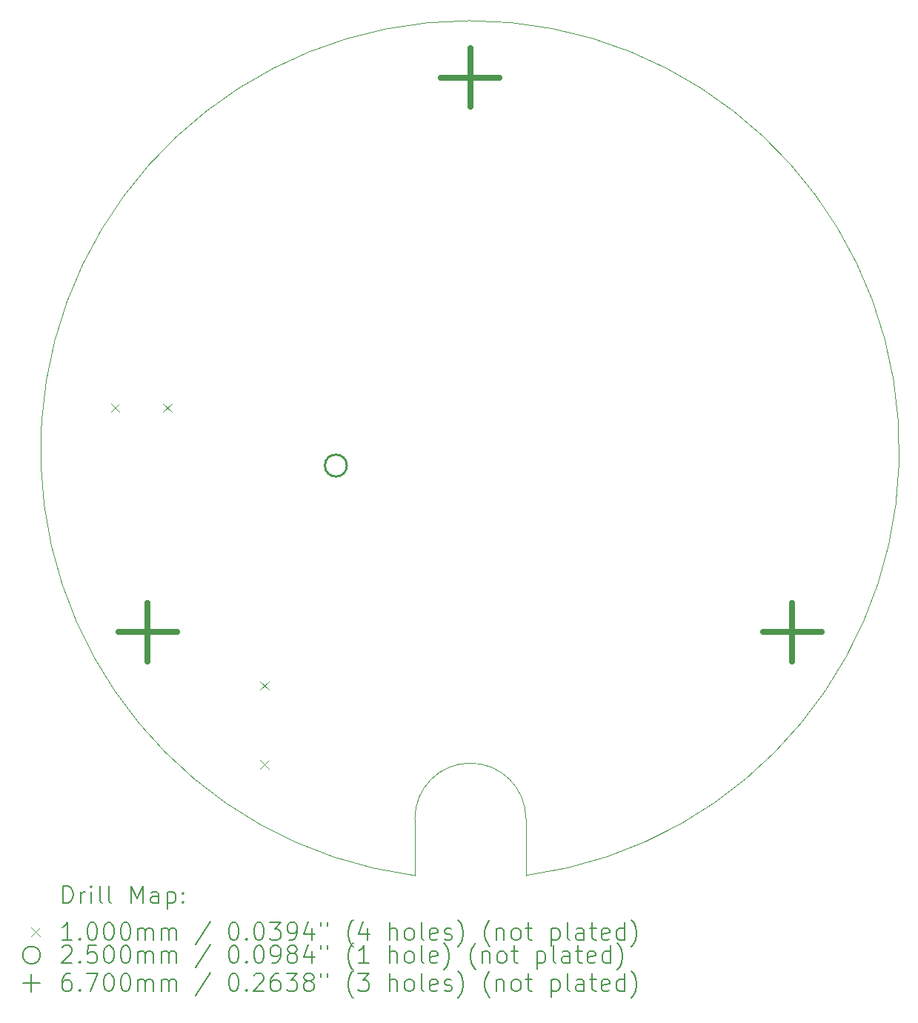
<source format=gbr>
%TF.GenerationSoftware,KiCad,Pcbnew,7.0.6*%
%TF.CreationDate,2024-04-16T16:57:38+10:00*%
%TF.ProjectId,Rocketry_Payload_Main_DDR_Spec_V2,526f636b-6574-4727-995f-5061796c6f61,rev?*%
%TF.SameCoordinates,Original*%
%TF.FileFunction,Drillmap*%
%TF.FilePolarity,Positive*%
%FSLAX45Y45*%
G04 Gerber Fmt 4.5, Leading zero omitted, Abs format (unit mm)*
G04 Created by KiCad (PCBNEW 7.0.6) date 2024-04-16 16:57:38*
%MOMM*%
%LPD*%
G01*
G04 APERTURE LIST*
%ADD10C,0.100000*%
%ADD11C,0.200000*%
%ADD12C,0.250000*%
%ADD13C,0.670000*%
G04 APERTURE END LIST*
D10*
X15468447Y-14172035D02*
X15468423Y-13522017D01*
X14198600Y-14173200D02*
X14198600Y-13523200D01*
X15468424Y-13522017D02*
G75*
G03*
X14198600Y-13523200I-634912J-592D01*
G01*
X15468447Y-14172035D02*
G75*
G03*
X14198600Y-14173200I-639386J4863885D01*
G01*
D11*
D10*
X10724400Y-8776800D02*
X10824400Y-8876800D01*
X10824400Y-8776800D02*
X10724400Y-8876800D01*
X11324400Y-8776800D02*
X11424400Y-8876800D01*
X11424400Y-8776800D02*
X11324400Y-8876800D01*
X12433800Y-11951500D02*
X12533800Y-12051500D01*
X12533800Y-11951500D02*
X12433800Y-12051500D01*
X12433800Y-12851500D02*
X12533800Y-12951500D01*
X12533800Y-12851500D02*
X12433800Y-12951500D01*
D12*
X13421900Y-9486900D02*
G75*
G03*
X13421900Y-9486900I-125000J0D01*
G01*
D13*
X11146100Y-11056600D02*
X11146100Y-11726600D01*
X10811100Y-11391600D02*
X11481100Y-11391600D01*
X14833600Y-4718650D02*
X14833600Y-5388650D01*
X14498600Y-5053650D02*
X15168600Y-5053650D01*
X18512100Y-11056600D02*
X18512100Y-11726600D01*
X18177100Y-11391600D02*
X18847100Y-11391600D01*
D11*
X10179107Y-14489684D02*
X10179107Y-14289684D01*
X10179107Y-14289684D02*
X10226726Y-14289684D01*
X10226726Y-14289684D02*
X10255298Y-14299207D01*
X10255298Y-14299207D02*
X10274345Y-14318255D01*
X10274345Y-14318255D02*
X10283869Y-14337303D01*
X10283869Y-14337303D02*
X10293393Y-14375398D01*
X10293393Y-14375398D02*
X10293393Y-14403969D01*
X10293393Y-14403969D02*
X10283869Y-14442065D01*
X10283869Y-14442065D02*
X10274345Y-14461112D01*
X10274345Y-14461112D02*
X10255298Y-14480160D01*
X10255298Y-14480160D02*
X10226726Y-14489684D01*
X10226726Y-14489684D02*
X10179107Y-14489684D01*
X10379107Y-14489684D02*
X10379107Y-14356350D01*
X10379107Y-14394446D02*
X10388631Y-14375398D01*
X10388631Y-14375398D02*
X10398155Y-14365874D01*
X10398155Y-14365874D02*
X10417202Y-14356350D01*
X10417202Y-14356350D02*
X10436250Y-14356350D01*
X10502917Y-14489684D02*
X10502917Y-14356350D01*
X10502917Y-14289684D02*
X10493393Y-14299207D01*
X10493393Y-14299207D02*
X10502917Y-14308731D01*
X10502917Y-14308731D02*
X10512440Y-14299207D01*
X10512440Y-14299207D02*
X10502917Y-14289684D01*
X10502917Y-14289684D02*
X10502917Y-14308731D01*
X10626726Y-14489684D02*
X10607678Y-14480160D01*
X10607678Y-14480160D02*
X10598155Y-14461112D01*
X10598155Y-14461112D02*
X10598155Y-14289684D01*
X10731488Y-14489684D02*
X10712440Y-14480160D01*
X10712440Y-14480160D02*
X10702917Y-14461112D01*
X10702917Y-14461112D02*
X10702917Y-14289684D01*
X10960059Y-14489684D02*
X10960059Y-14289684D01*
X10960059Y-14289684D02*
X11026726Y-14432541D01*
X11026726Y-14432541D02*
X11093393Y-14289684D01*
X11093393Y-14289684D02*
X11093393Y-14489684D01*
X11274345Y-14489684D02*
X11274345Y-14384922D01*
X11274345Y-14384922D02*
X11264821Y-14365874D01*
X11264821Y-14365874D02*
X11245774Y-14356350D01*
X11245774Y-14356350D02*
X11207678Y-14356350D01*
X11207678Y-14356350D02*
X11188631Y-14365874D01*
X11274345Y-14480160D02*
X11255297Y-14489684D01*
X11255297Y-14489684D02*
X11207678Y-14489684D01*
X11207678Y-14489684D02*
X11188631Y-14480160D01*
X11188631Y-14480160D02*
X11179107Y-14461112D01*
X11179107Y-14461112D02*
X11179107Y-14442065D01*
X11179107Y-14442065D02*
X11188631Y-14423017D01*
X11188631Y-14423017D02*
X11207678Y-14413493D01*
X11207678Y-14413493D02*
X11255297Y-14413493D01*
X11255297Y-14413493D02*
X11274345Y-14403969D01*
X11369583Y-14356350D02*
X11369583Y-14556350D01*
X11369583Y-14365874D02*
X11388631Y-14356350D01*
X11388631Y-14356350D02*
X11426726Y-14356350D01*
X11426726Y-14356350D02*
X11445774Y-14365874D01*
X11445774Y-14365874D02*
X11455297Y-14375398D01*
X11455297Y-14375398D02*
X11464821Y-14394446D01*
X11464821Y-14394446D02*
X11464821Y-14451588D01*
X11464821Y-14451588D02*
X11455297Y-14470636D01*
X11455297Y-14470636D02*
X11445774Y-14480160D01*
X11445774Y-14480160D02*
X11426726Y-14489684D01*
X11426726Y-14489684D02*
X11388631Y-14489684D01*
X11388631Y-14489684D02*
X11369583Y-14480160D01*
X11550536Y-14470636D02*
X11560059Y-14480160D01*
X11560059Y-14480160D02*
X11550536Y-14489684D01*
X11550536Y-14489684D02*
X11541012Y-14480160D01*
X11541012Y-14480160D02*
X11550536Y-14470636D01*
X11550536Y-14470636D02*
X11550536Y-14489684D01*
X11550536Y-14365874D02*
X11560059Y-14375398D01*
X11560059Y-14375398D02*
X11550536Y-14384922D01*
X11550536Y-14384922D02*
X11541012Y-14375398D01*
X11541012Y-14375398D02*
X11550536Y-14365874D01*
X11550536Y-14365874D02*
X11550536Y-14384922D01*
D10*
X9818330Y-14768200D02*
X9918330Y-14868200D01*
X9918330Y-14768200D02*
X9818330Y-14868200D01*
D11*
X10283869Y-14909684D02*
X10169583Y-14909684D01*
X10226726Y-14909684D02*
X10226726Y-14709684D01*
X10226726Y-14709684D02*
X10207678Y-14738255D01*
X10207678Y-14738255D02*
X10188631Y-14757303D01*
X10188631Y-14757303D02*
X10169583Y-14766826D01*
X10369583Y-14890636D02*
X10379107Y-14900160D01*
X10379107Y-14900160D02*
X10369583Y-14909684D01*
X10369583Y-14909684D02*
X10360059Y-14900160D01*
X10360059Y-14900160D02*
X10369583Y-14890636D01*
X10369583Y-14890636D02*
X10369583Y-14909684D01*
X10502917Y-14709684D02*
X10521964Y-14709684D01*
X10521964Y-14709684D02*
X10541012Y-14719207D01*
X10541012Y-14719207D02*
X10550536Y-14728731D01*
X10550536Y-14728731D02*
X10560059Y-14747779D01*
X10560059Y-14747779D02*
X10569583Y-14785874D01*
X10569583Y-14785874D02*
X10569583Y-14833493D01*
X10569583Y-14833493D02*
X10560059Y-14871588D01*
X10560059Y-14871588D02*
X10550536Y-14890636D01*
X10550536Y-14890636D02*
X10541012Y-14900160D01*
X10541012Y-14900160D02*
X10521964Y-14909684D01*
X10521964Y-14909684D02*
X10502917Y-14909684D01*
X10502917Y-14909684D02*
X10483869Y-14900160D01*
X10483869Y-14900160D02*
X10474345Y-14890636D01*
X10474345Y-14890636D02*
X10464821Y-14871588D01*
X10464821Y-14871588D02*
X10455298Y-14833493D01*
X10455298Y-14833493D02*
X10455298Y-14785874D01*
X10455298Y-14785874D02*
X10464821Y-14747779D01*
X10464821Y-14747779D02*
X10474345Y-14728731D01*
X10474345Y-14728731D02*
X10483869Y-14719207D01*
X10483869Y-14719207D02*
X10502917Y-14709684D01*
X10693393Y-14709684D02*
X10712440Y-14709684D01*
X10712440Y-14709684D02*
X10731488Y-14719207D01*
X10731488Y-14719207D02*
X10741012Y-14728731D01*
X10741012Y-14728731D02*
X10750536Y-14747779D01*
X10750536Y-14747779D02*
X10760059Y-14785874D01*
X10760059Y-14785874D02*
X10760059Y-14833493D01*
X10760059Y-14833493D02*
X10750536Y-14871588D01*
X10750536Y-14871588D02*
X10741012Y-14890636D01*
X10741012Y-14890636D02*
X10731488Y-14900160D01*
X10731488Y-14900160D02*
X10712440Y-14909684D01*
X10712440Y-14909684D02*
X10693393Y-14909684D01*
X10693393Y-14909684D02*
X10674345Y-14900160D01*
X10674345Y-14900160D02*
X10664821Y-14890636D01*
X10664821Y-14890636D02*
X10655298Y-14871588D01*
X10655298Y-14871588D02*
X10645774Y-14833493D01*
X10645774Y-14833493D02*
X10645774Y-14785874D01*
X10645774Y-14785874D02*
X10655298Y-14747779D01*
X10655298Y-14747779D02*
X10664821Y-14728731D01*
X10664821Y-14728731D02*
X10674345Y-14719207D01*
X10674345Y-14719207D02*
X10693393Y-14709684D01*
X10883869Y-14709684D02*
X10902917Y-14709684D01*
X10902917Y-14709684D02*
X10921964Y-14719207D01*
X10921964Y-14719207D02*
X10931488Y-14728731D01*
X10931488Y-14728731D02*
X10941012Y-14747779D01*
X10941012Y-14747779D02*
X10950536Y-14785874D01*
X10950536Y-14785874D02*
X10950536Y-14833493D01*
X10950536Y-14833493D02*
X10941012Y-14871588D01*
X10941012Y-14871588D02*
X10931488Y-14890636D01*
X10931488Y-14890636D02*
X10921964Y-14900160D01*
X10921964Y-14900160D02*
X10902917Y-14909684D01*
X10902917Y-14909684D02*
X10883869Y-14909684D01*
X10883869Y-14909684D02*
X10864821Y-14900160D01*
X10864821Y-14900160D02*
X10855298Y-14890636D01*
X10855298Y-14890636D02*
X10845774Y-14871588D01*
X10845774Y-14871588D02*
X10836250Y-14833493D01*
X10836250Y-14833493D02*
X10836250Y-14785874D01*
X10836250Y-14785874D02*
X10845774Y-14747779D01*
X10845774Y-14747779D02*
X10855298Y-14728731D01*
X10855298Y-14728731D02*
X10864821Y-14719207D01*
X10864821Y-14719207D02*
X10883869Y-14709684D01*
X11036250Y-14909684D02*
X11036250Y-14776350D01*
X11036250Y-14795398D02*
X11045774Y-14785874D01*
X11045774Y-14785874D02*
X11064821Y-14776350D01*
X11064821Y-14776350D02*
X11093393Y-14776350D01*
X11093393Y-14776350D02*
X11112440Y-14785874D01*
X11112440Y-14785874D02*
X11121964Y-14804922D01*
X11121964Y-14804922D02*
X11121964Y-14909684D01*
X11121964Y-14804922D02*
X11131488Y-14785874D01*
X11131488Y-14785874D02*
X11150536Y-14776350D01*
X11150536Y-14776350D02*
X11179107Y-14776350D01*
X11179107Y-14776350D02*
X11198155Y-14785874D01*
X11198155Y-14785874D02*
X11207678Y-14804922D01*
X11207678Y-14804922D02*
X11207678Y-14909684D01*
X11302917Y-14909684D02*
X11302917Y-14776350D01*
X11302917Y-14795398D02*
X11312440Y-14785874D01*
X11312440Y-14785874D02*
X11331488Y-14776350D01*
X11331488Y-14776350D02*
X11360059Y-14776350D01*
X11360059Y-14776350D02*
X11379107Y-14785874D01*
X11379107Y-14785874D02*
X11388631Y-14804922D01*
X11388631Y-14804922D02*
X11388631Y-14909684D01*
X11388631Y-14804922D02*
X11398155Y-14785874D01*
X11398155Y-14785874D02*
X11417202Y-14776350D01*
X11417202Y-14776350D02*
X11445774Y-14776350D01*
X11445774Y-14776350D02*
X11464821Y-14785874D01*
X11464821Y-14785874D02*
X11474345Y-14804922D01*
X11474345Y-14804922D02*
X11474345Y-14909684D01*
X11864821Y-14700160D02*
X11693393Y-14957303D01*
X12121964Y-14709684D02*
X12141012Y-14709684D01*
X12141012Y-14709684D02*
X12160060Y-14719207D01*
X12160060Y-14719207D02*
X12169583Y-14728731D01*
X12169583Y-14728731D02*
X12179107Y-14747779D01*
X12179107Y-14747779D02*
X12188631Y-14785874D01*
X12188631Y-14785874D02*
X12188631Y-14833493D01*
X12188631Y-14833493D02*
X12179107Y-14871588D01*
X12179107Y-14871588D02*
X12169583Y-14890636D01*
X12169583Y-14890636D02*
X12160060Y-14900160D01*
X12160060Y-14900160D02*
X12141012Y-14909684D01*
X12141012Y-14909684D02*
X12121964Y-14909684D01*
X12121964Y-14909684D02*
X12102917Y-14900160D01*
X12102917Y-14900160D02*
X12093393Y-14890636D01*
X12093393Y-14890636D02*
X12083869Y-14871588D01*
X12083869Y-14871588D02*
X12074345Y-14833493D01*
X12074345Y-14833493D02*
X12074345Y-14785874D01*
X12074345Y-14785874D02*
X12083869Y-14747779D01*
X12083869Y-14747779D02*
X12093393Y-14728731D01*
X12093393Y-14728731D02*
X12102917Y-14719207D01*
X12102917Y-14719207D02*
X12121964Y-14709684D01*
X12274345Y-14890636D02*
X12283869Y-14900160D01*
X12283869Y-14900160D02*
X12274345Y-14909684D01*
X12274345Y-14909684D02*
X12264821Y-14900160D01*
X12264821Y-14900160D02*
X12274345Y-14890636D01*
X12274345Y-14890636D02*
X12274345Y-14909684D01*
X12407679Y-14709684D02*
X12426726Y-14709684D01*
X12426726Y-14709684D02*
X12445774Y-14719207D01*
X12445774Y-14719207D02*
X12455298Y-14728731D01*
X12455298Y-14728731D02*
X12464821Y-14747779D01*
X12464821Y-14747779D02*
X12474345Y-14785874D01*
X12474345Y-14785874D02*
X12474345Y-14833493D01*
X12474345Y-14833493D02*
X12464821Y-14871588D01*
X12464821Y-14871588D02*
X12455298Y-14890636D01*
X12455298Y-14890636D02*
X12445774Y-14900160D01*
X12445774Y-14900160D02*
X12426726Y-14909684D01*
X12426726Y-14909684D02*
X12407679Y-14909684D01*
X12407679Y-14909684D02*
X12388631Y-14900160D01*
X12388631Y-14900160D02*
X12379107Y-14890636D01*
X12379107Y-14890636D02*
X12369583Y-14871588D01*
X12369583Y-14871588D02*
X12360060Y-14833493D01*
X12360060Y-14833493D02*
X12360060Y-14785874D01*
X12360060Y-14785874D02*
X12369583Y-14747779D01*
X12369583Y-14747779D02*
X12379107Y-14728731D01*
X12379107Y-14728731D02*
X12388631Y-14719207D01*
X12388631Y-14719207D02*
X12407679Y-14709684D01*
X12541012Y-14709684D02*
X12664821Y-14709684D01*
X12664821Y-14709684D02*
X12598155Y-14785874D01*
X12598155Y-14785874D02*
X12626726Y-14785874D01*
X12626726Y-14785874D02*
X12645774Y-14795398D01*
X12645774Y-14795398D02*
X12655298Y-14804922D01*
X12655298Y-14804922D02*
X12664821Y-14823969D01*
X12664821Y-14823969D02*
X12664821Y-14871588D01*
X12664821Y-14871588D02*
X12655298Y-14890636D01*
X12655298Y-14890636D02*
X12645774Y-14900160D01*
X12645774Y-14900160D02*
X12626726Y-14909684D01*
X12626726Y-14909684D02*
X12569583Y-14909684D01*
X12569583Y-14909684D02*
X12550536Y-14900160D01*
X12550536Y-14900160D02*
X12541012Y-14890636D01*
X12760060Y-14909684D02*
X12798155Y-14909684D01*
X12798155Y-14909684D02*
X12817202Y-14900160D01*
X12817202Y-14900160D02*
X12826726Y-14890636D01*
X12826726Y-14890636D02*
X12845774Y-14862065D01*
X12845774Y-14862065D02*
X12855298Y-14823969D01*
X12855298Y-14823969D02*
X12855298Y-14747779D01*
X12855298Y-14747779D02*
X12845774Y-14728731D01*
X12845774Y-14728731D02*
X12836250Y-14719207D01*
X12836250Y-14719207D02*
X12817202Y-14709684D01*
X12817202Y-14709684D02*
X12779107Y-14709684D01*
X12779107Y-14709684D02*
X12760060Y-14719207D01*
X12760060Y-14719207D02*
X12750536Y-14728731D01*
X12750536Y-14728731D02*
X12741012Y-14747779D01*
X12741012Y-14747779D02*
X12741012Y-14795398D01*
X12741012Y-14795398D02*
X12750536Y-14814446D01*
X12750536Y-14814446D02*
X12760060Y-14823969D01*
X12760060Y-14823969D02*
X12779107Y-14833493D01*
X12779107Y-14833493D02*
X12817202Y-14833493D01*
X12817202Y-14833493D02*
X12836250Y-14823969D01*
X12836250Y-14823969D02*
X12845774Y-14814446D01*
X12845774Y-14814446D02*
X12855298Y-14795398D01*
X13026726Y-14776350D02*
X13026726Y-14909684D01*
X12979107Y-14700160D02*
X12931488Y-14843017D01*
X12931488Y-14843017D02*
X13055298Y-14843017D01*
X13121964Y-14709684D02*
X13121964Y-14747779D01*
X13198155Y-14709684D02*
X13198155Y-14747779D01*
X13493393Y-14985874D02*
X13483869Y-14976350D01*
X13483869Y-14976350D02*
X13464822Y-14947779D01*
X13464822Y-14947779D02*
X13455298Y-14928731D01*
X13455298Y-14928731D02*
X13445774Y-14900160D01*
X13445774Y-14900160D02*
X13436250Y-14852541D01*
X13436250Y-14852541D02*
X13436250Y-14814446D01*
X13436250Y-14814446D02*
X13445774Y-14766826D01*
X13445774Y-14766826D02*
X13455298Y-14738255D01*
X13455298Y-14738255D02*
X13464822Y-14719207D01*
X13464822Y-14719207D02*
X13483869Y-14690636D01*
X13483869Y-14690636D02*
X13493393Y-14681112D01*
X13655298Y-14776350D02*
X13655298Y-14909684D01*
X13607679Y-14700160D02*
X13560060Y-14843017D01*
X13560060Y-14843017D02*
X13683869Y-14843017D01*
X13912441Y-14909684D02*
X13912441Y-14709684D01*
X13998155Y-14909684D02*
X13998155Y-14804922D01*
X13998155Y-14804922D02*
X13988631Y-14785874D01*
X13988631Y-14785874D02*
X13969584Y-14776350D01*
X13969584Y-14776350D02*
X13941012Y-14776350D01*
X13941012Y-14776350D02*
X13921964Y-14785874D01*
X13921964Y-14785874D02*
X13912441Y-14795398D01*
X14121964Y-14909684D02*
X14102917Y-14900160D01*
X14102917Y-14900160D02*
X14093393Y-14890636D01*
X14093393Y-14890636D02*
X14083869Y-14871588D01*
X14083869Y-14871588D02*
X14083869Y-14814446D01*
X14083869Y-14814446D02*
X14093393Y-14795398D01*
X14093393Y-14795398D02*
X14102917Y-14785874D01*
X14102917Y-14785874D02*
X14121964Y-14776350D01*
X14121964Y-14776350D02*
X14150536Y-14776350D01*
X14150536Y-14776350D02*
X14169584Y-14785874D01*
X14169584Y-14785874D02*
X14179107Y-14795398D01*
X14179107Y-14795398D02*
X14188631Y-14814446D01*
X14188631Y-14814446D02*
X14188631Y-14871588D01*
X14188631Y-14871588D02*
X14179107Y-14890636D01*
X14179107Y-14890636D02*
X14169584Y-14900160D01*
X14169584Y-14900160D02*
X14150536Y-14909684D01*
X14150536Y-14909684D02*
X14121964Y-14909684D01*
X14302917Y-14909684D02*
X14283869Y-14900160D01*
X14283869Y-14900160D02*
X14274345Y-14881112D01*
X14274345Y-14881112D02*
X14274345Y-14709684D01*
X14455298Y-14900160D02*
X14436250Y-14909684D01*
X14436250Y-14909684D02*
X14398155Y-14909684D01*
X14398155Y-14909684D02*
X14379107Y-14900160D01*
X14379107Y-14900160D02*
X14369584Y-14881112D01*
X14369584Y-14881112D02*
X14369584Y-14804922D01*
X14369584Y-14804922D02*
X14379107Y-14785874D01*
X14379107Y-14785874D02*
X14398155Y-14776350D01*
X14398155Y-14776350D02*
X14436250Y-14776350D01*
X14436250Y-14776350D02*
X14455298Y-14785874D01*
X14455298Y-14785874D02*
X14464822Y-14804922D01*
X14464822Y-14804922D02*
X14464822Y-14823969D01*
X14464822Y-14823969D02*
X14369584Y-14843017D01*
X14541012Y-14900160D02*
X14560060Y-14909684D01*
X14560060Y-14909684D02*
X14598155Y-14909684D01*
X14598155Y-14909684D02*
X14617203Y-14900160D01*
X14617203Y-14900160D02*
X14626726Y-14881112D01*
X14626726Y-14881112D02*
X14626726Y-14871588D01*
X14626726Y-14871588D02*
X14617203Y-14852541D01*
X14617203Y-14852541D02*
X14598155Y-14843017D01*
X14598155Y-14843017D02*
X14569584Y-14843017D01*
X14569584Y-14843017D02*
X14550536Y-14833493D01*
X14550536Y-14833493D02*
X14541012Y-14814446D01*
X14541012Y-14814446D02*
X14541012Y-14804922D01*
X14541012Y-14804922D02*
X14550536Y-14785874D01*
X14550536Y-14785874D02*
X14569584Y-14776350D01*
X14569584Y-14776350D02*
X14598155Y-14776350D01*
X14598155Y-14776350D02*
X14617203Y-14785874D01*
X14693393Y-14985874D02*
X14702917Y-14976350D01*
X14702917Y-14976350D02*
X14721965Y-14947779D01*
X14721965Y-14947779D02*
X14731488Y-14928731D01*
X14731488Y-14928731D02*
X14741012Y-14900160D01*
X14741012Y-14900160D02*
X14750536Y-14852541D01*
X14750536Y-14852541D02*
X14750536Y-14814446D01*
X14750536Y-14814446D02*
X14741012Y-14766826D01*
X14741012Y-14766826D02*
X14731488Y-14738255D01*
X14731488Y-14738255D02*
X14721965Y-14719207D01*
X14721965Y-14719207D02*
X14702917Y-14690636D01*
X14702917Y-14690636D02*
X14693393Y-14681112D01*
X15055298Y-14985874D02*
X15045774Y-14976350D01*
X15045774Y-14976350D02*
X15026726Y-14947779D01*
X15026726Y-14947779D02*
X15017203Y-14928731D01*
X15017203Y-14928731D02*
X15007679Y-14900160D01*
X15007679Y-14900160D02*
X14998155Y-14852541D01*
X14998155Y-14852541D02*
X14998155Y-14814446D01*
X14998155Y-14814446D02*
X15007679Y-14766826D01*
X15007679Y-14766826D02*
X15017203Y-14738255D01*
X15017203Y-14738255D02*
X15026726Y-14719207D01*
X15026726Y-14719207D02*
X15045774Y-14690636D01*
X15045774Y-14690636D02*
X15055298Y-14681112D01*
X15131488Y-14776350D02*
X15131488Y-14909684D01*
X15131488Y-14795398D02*
X15141012Y-14785874D01*
X15141012Y-14785874D02*
X15160060Y-14776350D01*
X15160060Y-14776350D02*
X15188631Y-14776350D01*
X15188631Y-14776350D02*
X15207679Y-14785874D01*
X15207679Y-14785874D02*
X15217203Y-14804922D01*
X15217203Y-14804922D02*
X15217203Y-14909684D01*
X15341012Y-14909684D02*
X15321965Y-14900160D01*
X15321965Y-14900160D02*
X15312441Y-14890636D01*
X15312441Y-14890636D02*
X15302917Y-14871588D01*
X15302917Y-14871588D02*
X15302917Y-14814446D01*
X15302917Y-14814446D02*
X15312441Y-14795398D01*
X15312441Y-14795398D02*
X15321965Y-14785874D01*
X15321965Y-14785874D02*
X15341012Y-14776350D01*
X15341012Y-14776350D02*
X15369584Y-14776350D01*
X15369584Y-14776350D02*
X15388631Y-14785874D01*
X15388631Y-14785874D02*
X15398155Y-14795398D01*
X15398155Y-14795398D02*
X15407679Y-14814446D01*
X15407679Y-14814446D02*
X15407679Y-14871588D01*
X15407679Y-14871588D02*
X15398155Y-14890636D01*
X15398155Y-14890636D02*
X15388631Y-14900160D01*
X15388631Y-14900160D02*
X15369584Y-14909684D01*
X15369584Y-14909684D02*
X15341012Y-14909684D01*
X15464822Y-14776350D02*
X15541012Y-14776350D01*
X15493393Y-14709684D02*
X15493393Y-14881112D01*
X15493393Y-14881112D02*
X15502917Y-14900160D01*
X15502917Y-14900160D02*
X15521965Y-14909684D01*
X15521965Y-14909684D02*
X15541012Y-14909684D01*
X15760060Y-14776350D02*
X15760060Y-14976350D01*
X15760060Y-14785874D02*
X15779107Y-14776350D01*
X15779107Y-14776350D02*
X15817203Y-14776350D01*
X15817203Y-14776350D02*
X15836250Y-14785874D01*
X15836250Y-14785874D02*
X15845774Y-14795398D01*
X15845774Y-14795398D02*
X15855298Y-14814446D01*
X15855298Y-14814446D02*
X15855298Y-14871588D01*
X15855298Y-14871588D02*
X15845774Y-14890636D01*
X15845774Y-14890636D02*
X15836250Y-14900160D01*
X15836250Y-14900160D02*
X15817203Y-14909684D01*
X15817203Y-14909684D02*
X15779107Y-14909684D01*
X15779107Y-14909684D02*
X15760060Y-14900160D01*
X15969584Y-14909684D02*
X15950536Y-14900160D01*
X15950536Y-14900160D02*
X15941012Y-14881112D01*
X15941012Y-14881112D02*
X15941012Y-14709684D01*
X16131488Y-14909684D02*
X16131488Y-14804922D01*
X16131488Y-14804922D02*
X16121965Y-14785874D01*
X16121965Y-14785874D02*
X16102917Y-14776350D01*
X16102917Y-14776350D02*
X16064822Y-14776350D01*
X16064822Y-14776350D02*
X16045774Y-14785874D01*
X16131488Y-14900160D02*
X16112441Y-14909684D01*
X16112441Y-14909684D02*
X16064822Y-14909684D01*
X16064822Y-14909684D02*
X16045774Y-14900160D01*
X16045774Y-14900160D02*
X16036250Y-14881112D01*
X16036250Y-14881112D02*
X16036250Y-14862065D01*
X16036250Y-14862065D02*
X16045774Y-14843017D01*
X16045774Y-14843017D02*
X16064822Y-14833493D01*
X16064822Y-14833493D02*
X16112441Y-14833493D01*
X16112441Y-14833493D02*
X16131488Y-14823969D01*
X16198155Y-14776350D02*
X16274346Y-14776350D01*
X16226727Y-14709684D02*
X16226727Y-14881112D01*
X16226727Y-14881112D02*
X16236250Y-14900160D01*
X16236250Y-14900160D02*
X16255298Y-14909684D01*
X16255298Y-14909684D02*
X16274346Y-14909684D01*
X16417203Y-14900160D02*
X16398155Y-14909684D01*
X16398155Y-14909684D02*
X16360060Y-14909684D01*
X16360060Y-14909684D02*
X16341012Y-14900160D01*
X16341012Y-14900160D02*
X16331488Y-14881112D01*
X16331488Y-14881112D02*
X16331488Y-14804922D01*
X16331488Y-14804922D02*
X16341012Y-14785874D01*
X16341012Y-14785874D02*
X16360060Y-14776350D01*
X16360060Y-14776350D02*
X16398155Y-14776350D01*
X16398155Y-14776350D02*
X16417203Y-14785874D01*
X16417203Y-14785874D02*
X16426727Y-14804922D01*
X16426727Y-14804922D02*
X16426727Y-14823969D01*
X16426727Y-14823969D02*
X16331488Y-14843017D01*
X16598155Y-14909684D02*
X16598155Y-14709684D01*
X16598155Y-14900160D02*
X16579108Y-14909684D01*
X16579108Y-14909684D02*
X16541012Y-14909684D01*
X16541012Y-14909684D02*
X16521965Y-14900160D01*
X16521965Y-14900160D02*
X16512441Y-14890636D01*
X16512441Y-14890636D02*
X16502917Y-14871588D01*
X16502917Y-14871588D02*
X16502917Y-14814446D01*
X16502917Y-14814446D02*
X16512441Y-14795398D01*
X16512441Y-14795398D02*
X16521965Y-14785874D01*
X16521965Y-14785874D02*
X16541012Y-14776350D01*
X16541012Y-14776350D02*
X16579108Y-14776350D01*
X16579108Y-14776350D02*
X16598155Y-14785874D01*
X16674346Y-14985874D02*
X16683869Y-14976350D01*
X16683869Y-14976350D02*
X16702917Y-14947779D01*
X16702917Y-14947779D02*
X16712441Y-14928731D01*
X16712441Y-14928731D02*
X16721965Y-14900160D01*
X16721965Y-14900160D02*
X16731488Y-14852541D01*
X16731488Y-14852541D02*
X16731488Y-14814446D01*
X16731488Y-14814446D02*
X16721965Y-14766826D01*
X16721965Y-14766826D02*
X16712441Y-14738255D01*
X16712441Y-14738255D02*
X16702917Y-14719207D01*
X16702917Y-14719207D02*
X16683869Y-14690636D01*
X16683869Y-14690636D02*
X16674346Y-14681112D01*
X9918330Y-15082200D02*
G75*
G03*
X9918330Y-15082200I-100000J0D01*
G01*
X10169583Y-14992731D02*
X10179107Y-14983207D01*
X10179107Y-14983207D02*
X10198155Y-14973684D01*
X10198155Y-14973684D02*
X10245774Y-14973684D01*
X10245774Y-14973684D02*
X10264821Y-14983207D01*
X10264821Y-14983207D02*
X10274345Y-14992731D01*
X10274345Y-14992731D02*
X10283869Y-15011779D01*
X10283869Y-15011779D02*
X10283869Y-15030826D01*
X10283869Y-15030826D02*
X10274345Y-15059398D01*
X10274345Y-15059398D02*
X10160059Y-15173684D01*
X10160059Y-15173684D02*
X10283869Y-15173684D01*
X10369583Y-15154636D02*
X10379107Y-15164160D01*
X10379107Y-15164160D02*
X10369583Y-15173684D01*
X10369583Y-15173684D02*
X10360059Y-15164160D01*
X10360059Y-15164160D02*
X10369583Y-15154636D01*
X10369583Y-15154636D02*
X10369583Y-15173684D01*
X10560059Y-14973684D02*
X10464821Y-14973684D01*
X10464821Y-14973684D02*
X10455298Y-15068922D01*
X10455298Y-15068922D02*
X10464821Y-15059398D01*
X10464821Y-15059398D02*
X10483869Y-15049874D01*
X10483869Y-15049874D02*
X10531488Y-15049874D01*
X10531488Y-15049874D02*
X10550536Y-15059398D01*
X10550536Y-15059398D02*
X10560059Y-15068922D01*
X10560059Y-15068922D02*
X10569583Y-15087969D01*
X10569583Y-15087969D02*
X10569583Y-15135588D01*
X10569583Y-15135588D02*
X10560059Y-15154636D01*
X10560059Y-15154636D02*
X10550536Y-15164160D01*
X10550536Y-15164160D02*
X10531488Y-15173684D01*
X10531488Y-15173684D02*
X10483869Y-15173684D01*
X10483869Y-15173684D02*
X10464821Y-15164160D01*
X10464821Y-15164160D02*
X10455298Y-15154636D01*
X10693393Y-14973684D02*
X10712440Y-14973684D01*
X10712440Y-14973684D02*
X10731488Y-14983207D01*
X10731488Y-14983207D02*
X10741012Y-14992731D01*
X10741012Y-14992731D02*
X10750536Y-15011779D01*
X10750536Y-15011779D02*
X10760059Y-15049874D01*
X10760059Y-15049874D02*
X10760059Y-15097493D01*
X10760059Y-15097493D02*
X10750536Y-15135588D01*
X10750536Y-15135588D02*
X10741012Y-15154636D01*
X10741012Y-15154636D02*
X10731488Y-15164160D01*
X10731488Y-15164160D02*
X10712440Y-15173684D01*
X10712440Y-15173684D02*
X10693393Y-15173684D01*
X10693393Y-15173684D02*
X10674345Y-15164160D01*
X10674345Y-15164160D02*
X10664821Y-15154636D01*
X10664821Y-15154636D02*
X10655298Y-15135588D01*
X10655298Y-15135588D02*
X10645774Y-15097493D01*
X10645774Y-15097493D02*
X10645774Y-15049874D01*
X10645774Y-15049874D02*
X10655298Y-15011779D01*
X10655298Y-15011779D02*
X10664821Y-14992731D01*
X10664821Y-14992731D02*
X10674345Y-14983207D01*
X10674345Y-14983207D02*
X10693393Y-14973684D01*
X10883869Y-14973684D02*
X10902917Y-14973684D01*
X10902917Y-14973684D02*
X10921964Y-14983207D01*
X10921964Y-14983207D02*
X10931488Y-14992731D01*
X10931488Y-14992731D02*
X10941012Y-15011779D01*
X10941012Y-15011779D02*
X10950536Y-15049874D01*
X10950536Y-15049874D02*
X10950536Y-15097493D01*
X10950536Y-15097493D02*
X10941012Y-15135588D01*
X10941012Y-15135588D02*
X10931488Y-15154636D01*
X10931488Y-15154636D02*
X10921964Y-15164160D01*
X10921964Y-15164160D02*
X10902917Y-15173684D01*
X10902917Y-15173684D02*
X10883869Y-15173684D01*
X10883869Y-15173684D02*
X10864821Y-15164160D01*
X10864821Y-15164160D02*
X10855298Y-15154636D01*
X10855298Y-15154636D02*
X10845774Y-15135588D01*
X10845774Y-15135588D02*
X10836250Y-15097493D01*
X10836250Y-15097493D02*
X10836250Y-15049874D01*
X10836250Y-15049874D02*
X10845774Y-15011779D01*
X10845774Y-15011779D02*
X10855298Y-14992731D01*
X10855298Y-14992731D02*
X10864821Y-14983207D01*
X10864821Y-14983207D02*
X10883869Y-14973684D01*
X11036250Y-15173684D02*
X11036250Y-15040350D01*
X11036250Y-15059398D02*
X11045774Y-15049874D01*
X11045774Y-15049874D02*
X11064821Y-15040350D01*
X11064821Y-15040350D02*
X11093393Y-15040350D01*
X11093393Y-15040350D02*
X11112440Y-15049874D01*
X11112440Y-15049874D02*
X11121964Y-15068922D01*
X11121964Y-15068922D02*
X11121964Y-15173684D01*
X11121964Y-15068922D02*
X11131488Y-15049874D01*
X11131488Y-15049874D02*
X11150536Y-15040350D01*
X11150536Y-15040350D02*
X11179107Y-15040350D01*
X11179107Y-15040350D02*
X11198155Y-15049874D01*
X11198155Y-15049874D02*
X11207678Y-15068922D01*
X11207678Y-15068922D02*
X11207678Y-15173684D01*
X11302917Y-15173684D02*
X11302917Y-15040350D01*
X11302917Y-15059398D02*
X11312440Y-15049874D01*
X11312440Y-15049874D02*
X11331488Y-15040350D01*
X11331488Y-15040350D02*
X11360059Y-15040350D01*
X11360059Y-15040350D02*
X11379107Y-15049874D01*
X11379107Y-15049874D02*
X11388631Y-15068922D01*
X11388631Y-15068922D02*
X11388631Y-15173684D01*
X11388631Y-15068922D02*
X11398155Y-15049874D01*
X11398155Y-15049874D02*
X11417202Y-15040350D01*
X11417202Y-15040350D02*
X11445774Y-15040350D01*
X11445774Y-15040350D02*
X11464821Y-15049874D01*
X11464821Y-15049874D02*
X11474345Y-15068922D01*
X11474345Y-15068922D02*
X11474345Y-15173684D01*
X11864821Y-14964160D02*
X11693393Y-15221303D01*
X12121964Y-14973684D02*
X12141012Y-14973684D01*
X12141012Y-14973684D02*
X12160060Y-14983207D01*
X12160060Y-14983207D02*
X12169583Y-14992731D01*
X12169583Y-14992731D02*
X12179107Y-15011779D01*
X12179107Y-15011779D02*
X12188631Y-15049874D01*
X12188631Y-15049874D02*
X12188631Y-15097493D01*
X12188631Y-15097493D02*
X12179107Y-15135588D01*
X12179107Y-15135588D02*
X12169583Y-15154636D01*
X12169583Y-15154636D02*
X12160060Y-15164160D01*
X12160060Y-15164160D02*
X12141012Y-15173684D01*
X12141012Y-15173684D02*
X12121964Y-15173684D01*
X12121964Y-15173684D02*
X12102917Y-15164160D01*
X12102917Y-15164160D02*
X12093393Y-15154636D01*
X12093393Y-15154636D02*
X12083869Y-15135588D01*
X12083869Y-15135588D02*
X12074345Y-15097493D01*
X12074345Y-15097493D02*
X12074345Y-15049874D01*
X12074345Y-15049874D02*
X12083869Y-15011779D01*
X12083869Y-15011779D02*
X12093393Y-14992731D01*
X12093393Y-14992731D02*
X12102917Y-14983207D01*
X12102917Y-14983207D02*
X12121964Y-14973684D01*
X12274345Y-15154636D02*
X12283869Y-15164160D01*
X12283869Y-15164160D02*
X12274345Y-15173684D01*
X12274345Y-15173684D02*
X12264821Y-15164160D01*
X12264821Y-15164160D02*
X12274345Y-15154636D01*
X12274345Y-15154636D02*
X12274345Y-15173684D01*
X12407679Y-14973684D02*
X12426726Y-14973684D01*
X12426726Y-14973684D02*
X12445774Y-14983207D01*
X12445774Y-14983207D02*
X12455298Y-14992731D01*
X12455298Y-14992731D02*
X12464821Y-15011779D01*
X12464821Y-15011779D02*
X12474345Y-15049874D01*
X12474345Y-15049874D02*
X12474345Y-15097493D01*
X12474345Y-15097493D02*
X12464821Y-15135588D01*
X12464821Y-15135588D02*
X12455298Y-15154636D01*
X12455298Y-15154636D02*
X12445774Y-15164160D01*
X12445774Y-15164160D02*
X12426726Y-15173684D01*
X12426726Y-15173684D02*
X12407679Y-15173684D01*
X12407679Y-15173684D02*
X12388631Y-15164160D01*
X12388631Y-15164160D02*
X12379107Y-15154636D01*
X12379107Y-15154636D02*
X12369583Y-15135588D01*
X12369583Y-15135588D02*
X12360060Y-15097493D01*
X12360060Y-15097493D02*
X12360060Y-15049874D01*
X12360060Y-15049874D02*
X12369583Y-15011779D01*
X12369583Y-15011779D02*
X12379107Y-14992731D01*
X12379107Y-14992731D02*
X12388631Y-14983207D01*
X12388631Y-14983207D02*
X12407679Y-14973684D01*
X12569583Y-15173684D02*
X12607679Y-15173684D01*
X12607679Y-15173684D02*
X12626726Y-15164160D01*
X12626726Y-15164160D02*
X12636250Y-15154636D01*
X12636250Y-15154636D02*
X12655298Y-15126065D01*
X12655298Y-15126065D02*
X12664821Y-15087969D01*
X12664821Y-15087969D02*
X12664821Y-15011779D01*
X12664821Y-15011779D02*
X12655298Y-14992731D01*
X12655298Y-14992731D02*
X12645774Y-14983207D01*
X12645774Y-14983207D02*
X12626726Y-14973684D01*
X12626726Y-14973684D02*
X12588631Y-14973684D01*
X12588631Y-14973684D02*
X12569583Y-14983207D01*
X12569583Y-14983207D02*
X12560060Y-14992731D01*
X12560060Y-14992731D02*
X12550536Y-15011779D01*
X12550536Y-15011779D02*
X12550536Y-15059398D01*
X12550536Y-15059398D02*
X12560060Y-15078446D01*
X12560060Y-15078446D02*
X12569583Y-15087969D01*
X12569583Y-15087969D02*
X12588631Y-15097493D01*
X12588631Y-15097493D02*
X12626726Y-15097493D01*
X12626726Y-15097493D02*
X12645774Y-15087969D01*
X12645774Y-15087969D02*
X12655298Y-15078446D01*
X12655298Y-15078446D02*
X12664821Y-15059398D01*
X12779107Y-15059398D02*
X12760060Y-15049874D01*
X12760060Y-15049874D02*
X12750536Y-15040350D01*
X12750536Y-15040350D02*
X12741012Y-15021303D01*
X12741012Y-15021303D02*
X12741012Y-15011779D01*
X12741012Y-15011779D02*
X12750536Y-14992731D01*
X12750536Y-14992731D02*
X12760060Y-14983207D01*
X12760060Y-14983207D02*
X12779107Y-14973684D01*
X12779107Y-14973684D02*
X12817202Y-14973684D01*
X12817202Y-14973684D02*
X12836250Y-14983207D01*
X12836250Y-14983207D02*
X12845774Y-14992731D01*
X12845774Y-14992731D02*
X12855298Y-15011779D01*
X12855298Y-15011779D02*
X12855298Y-15021303D01*
X12855298Y-15021303D02*
X12845774Y-15040350D01*
X12845774Y-15040350D02*
X12836250Y-15049874D01*
X12836250Y-15049874D02*
X12817202Y-15059398D01*
X12817202Y-15059398D02*
X12779107Y-15059398D01*
X12779107Y-15059398D02*
X12760060Y-15068922D01*
X12760060Y-15068922D02*
X12750536Y-15078446D01*
X12750536Y-15078446D02*
X12741012Y-15097493D01*
X12741012Y-15097493D02*
X12741012Y-15135588D01*
X12741012Y-15135588D02*
X12750536Y-15154636D01*
X12750536Y-15154636D02*
X12760060Y-15164160D01*
X12760060Y-15164160D02*
X12779107Y-15173684D01*
X12779107Y-15173684D02*
X12817202Y-15173684D01*
X12817202Y-15173684D02*
X12836250Y-15164160D01*
X12836250Y-15164160D02*
X12845774Y-15154636D01*
X12845774Y-15154636D02*
X12855298Y-15135588D01*
X12855298Y-15135588D02*
X12855298Y-15097493D01*
X12855298Y-15097493D02*
X12845774Y-15078446D01*
X12845774Y-15078446D02*
X12836250Y-15068922D01*
X12836250Y-15068922D02*
X12817202Y-15059398D01*
X13026726Y-15040350D02*
X13026726Y-15173684D01*
X12979107Y-14964160D02*
X12931488Y-15107017D01*
X12931488Y-15107017D02*
X13055298Y-15107017D01*
X13121964Y-14973684D02*
X13121964Y-15011779D01*
X13198155Y-14973684D02*
X13198155Y-15011779D01*
X13493393Y-15249874D02*
X13483869Y-15240350D01*
X13483869Y-15240350D02*
X13464822Y-15211779D01*
X13464822Y-15211779D02*
X13455298Y-15192731D01*
X13455298Y-15192731D02*
X13445774Y-15164160D01*
X13445774Y-15164160D02*
X13436250Y-15116541D01*
X13436250Y-15116541D02*
X13436250Y-15078446D01*
X13436250Y-15078446D02*
X13445774Y-15030826D01*
X13445774Y-15030826D02*
X13455298Y-15002255D01*
X13455298Y-15002255D02*
X13464822Y-14983207D01*
X13464822Y-14983207D02*
X13483869Y-14954636D01*
X13483869Y-14954636D02*
X13493393Y-14945112D01*
X13674345Y-15173684D02*
X13560060Y-15173684D01*
X13617202Y-15173684D02*
X13617202Y-14973684D01*
X13617202Y-14973684D02*
X13598155Y-15002255D01*
X13598155Y-15002255D02*
X13579107Y-15021303D01*
X13579107Y-15021303D02*
X13560060Y-15030826D01*
X13912441Y-15173684D02*
X13912441Y-14973684D01*
X13998155Y-15173684D02*
X13998155Y-15068922D01*
X13998155Y-15068922D02*
X13988631Y-15049874D01*
X13988631Y-15049874D02*
X13969584Y-15040350D01*
X13969584Y-15040350D02*
X13941012Y-15040350D01*
X13941012Y-15040350D02*
X13921964Y-15049874D01*
X13921964Y-15049874D02*
X13912441Y-15059398D01*
X14121964Y-15173684D02*
X14102917Y-15164160D01*
X14102917Y-15164160D02*
X14093393Y-15154636D01*
X14093393Y-15154636D02*
X14083869Y-15135588D01*
X14083869Y-15135588D02*
X14083869Y-15078446D01*
X14083869Y-15078446D02*
X14093393Y-15059398D01*
X14093393Y-15059398D02*
X14102917Y-15049874D01*
X14102917Y-15049874D02*
X14121964Y-15040350D01*
X14121964Y-15040350D02*
X14150536Y-15040350D01*
X14150536Y-15040350D02*
X14169584Y-15049874D01*
X14169584Y-15049874D02*
X14179107Y-15059398D01*
X14179107Y-15059398D02*
X14188631Y-15078446D01*
X14188631Y-15078446D02*
X14188631Y-15135588D01*
X14188631Y-15135588D02*
X14179107Y-15154636D01*
X14179107Y-15154636D02*
X14169584Y-15164160D01*
X14169584Y-15164160D02*
X14150536Y-15173684D01*
X14150536Y-15173684D02*
X14121964Y-15173684D01*
X14302917Y-15173684D02*
X14283869Y-15164160D01*
X14283869Y-15164160D02*
X14274345Y-15145112D01*
X14274345Y-15145112D02*
X14274345Y-14973684D01*
X14455298Y-15164160D02*
X14436250Y-15173684D01*
X14436250Y-15173684D02*
X14398155Y-15173684D01*
X14398155Y-15173684D02*
X14379107Y-15164160D01*
X14379107Y-15164160D02*
X14369584Y-15145112D01*
X14369584Y-15145112D02*
X14369584Y-15068922D01*
X14369584Y-15068922D02*
X14379107Y-15049874D01*
X14379107Y-15049874D02*
X14398155Y-15040350D01*
X14398155Y-15040350D02*
X14436250Y-15040350D01*
X14436250Y-15040350D02*
X14455298Y-15049874D01*
X14455298Y-15049874D02*
X14464822Y-15068922D01*
X14464822Y-15068922D02*
X14464822Y-15087969D01*
X14464822Y-15087969D02*
X14369584Y-15107017D01*
X14531488Y-15249874D02*
X14541012Y-15240350D01*
X14541012Y-15240350D02*
X14560060Y-15211779D01*
X14560060Y-15211779D02*
X14569584Y-15192731D01*
X14569584Y-15192731D02*
X14579107Y-15164160D01*
X14579107Y-15164160D02*
X14588631Y-15116541D01*
X14588631Y-15116541D02*
X14588631Y-15078446D01*
X14588631Y-15078446D02*
X14579107Y-15030826D01*
X14579107Y-15030826D02*
X14569584Y-15002255D01*
X14569584Y-15002255D02*
X14560060Y-14983207D01*
X14560060Y-14983207D02*
X14541012Y-14954636D01*
X14541012Y-14954636D02*
X14531488Y-14945112D01*
X14893393Y-15249874D02*
X14883869Y-15240350D01*
X14883869Y-15240350D02*
X14864822Y-15211779D01*
X14864822Y-15211779D02*
X14855298Y-15192731D01*
X14855298Y-15192731D02*
X14845774Y-15164160D01*
X14845774Y-15164160D02*
X14836250Y-15116541D01*
X14836250Y-15116541D02*
X14836250Y-15078446D01*
X14836250Y-15078446D02*
X14845774Y-15030826D01*
X14845774Y-15030826D02*
X14855298Y-15002255D01*
X14855298Y-15002255D02*
X14864822Y-14983207D01*
X14864822Y-14983207D02*
X14883869Y-14954636D01*
X14883869Y-14954636D02*
X14893393Y-14945112D01*
X14969584Y-15040350D02*
X14969584Y-15173684D01*
X14969584Y-15059398D02*
X14979107Y-15049874D01*
X14979107Y-15049874D02*
X14998155Y-15040350D01*
X14998155Y-15040350D02*
X15026726Y-15040350D01*
X15026726Y-15040350D02*
X15045774Y-15049874D01*
X15045774Y-15049874D02*
X15055298Y-15068922D01*
X15055298Y-15068922D02*
X15055298Y-15173684D01*
X15179107Y-15173684D02*
X15160060Y-15164160D01*
X15160060Y-15164160D02*
X15150536Y-15154636D01*
X15150536Y-15154636D02*
X15141012Y-15135588D01*
X15141012Y-15135588D02*
X15141012Y-15078446D01*
X15141012Y-15078446D02*
X15150536Y-15059398D01*
X15150536Y-15059398D02*
X15160060Y-15049874D01*
X15160060Y-15049874D02*
X15179107Y-15040350D01*
X15179107Y-15040350D02*
X15207679Y-15040350D01*
X15207679Y-15040350D02*
X15226726Y-15049874D01*
X15226726Y-15049874D02*
X15236250Y-15059398D01*
X15236250Y-15059398D02*
X15245774Y-15078446D01*
X15245774Y-15078446D02*
X15245774Y-15135588D01*
X15245774Y-15135588D02*
X15236250Y-15154636D01*
X15236250Y-15154636D02*
X15226726Y-15164160D01*
X15226726Y-15164160D02*
X15207679Y-15173684D01*
X15207679Y-15173684D02*
X15179107Y-15173684D01*
X15302917Y-15040350D02*
X15379107Y-15040350D01*
X15331488Y-14973684D02*
X15331488Y-15145112D01*
X15331488Y-15145112D02*
X15341012Y-15164160D01*
X15341012Y-15164160D02*
X15360060Y-15173684D01*
X15360060Y-15173684D02*
X15379107Y-15173684D01*
X15598155Y-15040350D02*
X15598155Y-15240350D01*
X15598155Y-15049874D02*
X15617203Y-15040350D01*
X15617203Y-15040350D02*
X15655298Y-15040350D01*
X15655298Y-15040350D02*
X15674346Y-15049874D01*
X15674346Y-15049874D02*
X15683869Y-15059398D01*
X15683869Y-15059398D02*
X15693393Y-15078446D01*
X15693393Y-15078446D02*
X15693393Y-15135588D01*
X15693393Y-15135588D02*
X15683869Y-15154636D01*
X15683869Y-15154636D02*
X15674346Y-15164160D01*
X15674346Y-15164160D02*
X15655298Y-15173684D01*
X15655298Y-15173684D02*
X15617203Y-15173684D01*
X15617203Y-15173684D02*
X15598155Y-15164160D01*
X15807679Y-15173684D02*
X15788631Y-15164160D01*
X15788631Y-15164160D02*
X15779107Y-15145112D01*
X15779107Y-15145112D02*
X15779107Y-14973684D01*
X15969584Y-15173684D02*
X15969584Y-15068922D01*
X15969584Y-15068922D02*
X15960060Y-15049874D01*
X15960060Y-15049874D02*
X15941012Y-15040350D01*
X15941012Y-15040350D02*
X15902917Y-15040350D01*
X15902917Y-15040350D02*
X15883869Y-15049874D01*
X15969584Y-15164160D02*
X15950536Y-15173684D01*
X15950536Y-15173684D02*
X15902917Y-15173684D01*
X15902917Y-15173684D02*
X15883869Y-15164160D01*
X15883869Y-15164160D02*
X15874346Y-15145112D01*
X15874346Y-15145112D02*
X15874346Y-15126065D01*
X15874346Y-15126065D02*
X15883869Y-15107017D01*
X15883869Y-15107017D02*
X15902917Y-15097493D01*
X15902917Y-15097493D02*
X15950536Y-15097493D01*
X15950536Y-15097493D02*
X15969584Y-15087969D01*
X16036250Y-15040350D02*
X16112441Y-15040350D01*
X16064822Y-14973684D02*
X16064822Y-15145112D01*
X16064822Y-15145112D02*
X16074346Y-15164160D01*
X16074346Y-15164160D02*
X16093393Y-15173684D01*
X16093393Y-15173684D02*
X16112441Y-15173684D01*
X16255298Y-15164160D02*
X16236250Y-15173684D01*
X16236250Y-15173684D02*
X16198155Y-15173684D01*
X16198155Y-15173684D02*
X16179107Y-15164160D01*
X16179107Y-15164160D02*
X16169584Y-15145112D01*
X16169584Y-15145112D02*
X16169584Y-15068922D01*
X16169584Y-15068922D02*
X16179107Y-15049874D01*
X16179107Y-15049874D02*
X16198155Y-15040350D01*
X16198155Y-15040350D02*
X16236250Y-15040350D01*
X16236250Y-15040350D02*
X16255298Y-15049874D01*
X16255298Y-15049874D02*
X16264822Y-15068922D01*
X16264822Y-15068922D02*
X16264822Y-15087969D01*
X16264822Y-15087969D02*
X16169584Y-15107017D01*
X16436250Y-15173684D02*
X16436250Y-14973684D01*
X16436250Y-15164160D02*
X16417203Y-15173684D01*
X16417203Y-15173684D02*
X16379107Y-15173684D01*
X16379107Y-15173684D02*
X16360060Y-15164160D01*
X16360060Y-15164160D02*
X16350536Y-15154636D01*
X16350536Y-15154636D02*
X16341012Y-15135588D01*
X16341012Y-15135588D02*
X16341012Y-15078446D01*
X16341012Y-15078446D02*
X16350536Y-15059398D01*
X16350536Y-15059398D02*
X16360060Y-15049874D01*
X16360060Y-15049874D02*
X16379107Y-15040350D01*
X16379107Y-15040350D02*
X16417203Y-15040350D01*
X16417203Y-15040350D02*
X16436250Y-15049874D01*
X16512441Y-15249874D02*
X16521965Y-15240350D01*
X16521965Y-15240350D02*
X16541012Y-15211779D01*
X16541012Y-15211779D02*
X16550536Y-15192731D01*
X16550536Y-15192731D02*
X16560060Y-15164160D01*
X16560060Y-15164160D02*
X16569584Y-15116541D01*
X16569584Y-15116541D02*
X16569584Y-15078446D01*
X16569584Y-15078446D02*
X16560060Y-15030826D01*
X16560060Y-15030826D02*
X16550536Y-15002255D01*
X16550536Y-15002255D02*
X16541012Y-14983207D01*
X16541012Y-14983207D02*
X16521965Y-14954636D01*
X16521965Y-14954636D02*
X16512441Y-14945112D01*
X9818330Y-15302200D02*
X9818330Y-15502200D01*
X9718330Y-15402200D02*
X9918330Y-15402200D01*
X10264821Y-15293684D02*
X10226726Y-15293684D01*
X10226726Y-15293684D02*
X10207678Y-15303207D01*
X10207678Y-15303207D02*
X10198155Y-15312731D01*
X10198155Y-15312731D02*
X10179107Y-15341303D01*
X10179107Y-15341303D02*
X10169583Y-15379398D01*
X10169583Y-15379398D02*
X10169583Y-15455588D01*
X10169583Y-15455588D02*
X10179107Y-15474636D01*
X10179107Y-15474636D02*
X10188631Y-15484160D01*
X10188631Y-15484160D02*
X10207678Y-15493684D01*
X10207678Y-15493684D02*
X10245774Y-15493684D01*
X10245774Y-15493684D02*
X10264821Y-15484160D01*
X10264821Y-15484160D02*
X10274345Y-15474636D01*
X10274345Y-15474636D02*
X10283869Y-15455588D01*
X10283869Y-15455588D02*
X10283869Y-15407969D01*
X10283869Y-15407969D02*
X10274345Y-15388922D01*
X10274345Y-15388922D02*
X10264821Y-15379398D01*
X10264821Y-15379398D02*
X10245774Y-15369874D01*
X10245774Y-15369874D02*
X10207678Y-15369874D01*
X10207678Y-15369874D02*
X10188631Y-15379398D01*
X10188631Y-15379398D02*
X10179107Y-15388922D01*
X10179107Y-15388922D02*
X10169583Y-15407969D01*
X10369583Y-15474636D02*
X10379107Y-15484160D01*
X10379107Y-15484160D02*
X10369583Y-15493684D01*
X10369583Y-15493684D02*
X10360059Y-15484160D01*
X10360059Y-15484160D02*
X10369583Y-15474636D01*
X10369583Y-15474636D02*
X10369583Y-15493684D01*
X10445774Y-15293684D02*
X10579107Y-15293684D01*
X10579107Y-15293684D02*
X10493393Y-15493684D01*
X10693393Y-15293684D02*
X10712440Y-15293684D01*
X10712440Y-15293684D02*
X10731488Y-15303207D01*
X10731488Y-15303207D02*
X10741012Y-15312731D01*
X10741012Y-15312731D02*
X10750536Y-15331779D01*
X10750536Y-15331779D02*
X10760059Y-15369874D01*
X10760059Y-15369874D02*
X10760059Y-15417493D01*
X10760059Y-15417493D02*
X10750536Y-15455588D01*
X10750536Y-15455588D02*
X10741012Y-15474636D01*
X10741012Y-15474636D02*
X10731488Y-15484160D01*
X10731488Y-15484160D02*
X10712440Y-15493684D01*
X10712440Y-15493684D02*
X10693393Y-15493684D01*
X10693393Y-15493684D02*
X10674345Y-15484160D01*
X10674345Y-15484160D02*
X10664821Y-15474636D01*
X10664821Y-15474636D02*
X10655298Y-15455588D01*
X10655298Y-15455588D02*
X10645774Y-15417493D01*
X10645774Y-15417493D02*
X10645774Y-15369874D01*
X10645774Y-15369874D02*
X10655298Y-15331779D01*
X10655298Y-15331779D02*
X10664821Y-15312731D01*
X10664821Y-15312731D02*
X10674345Y-15303207D01*
X10674345Y-15303207D02*
X10693393Y-15293684D01*
X10883869Y-15293684D02*
X10902917Y-15293684D01*
X10902917Y-15293684D02*
X10921964Y-15303207D01*
X10921964Y-15303207D02*
X10931488Y-15312731D01*
X10931488Y-15312731D02*
X10941012Y-15331779D01*
X10941012Y-15331779D02*
X10950536Y-15369874D01*
X10950536Y-15369874D02*
X10950536Y-15417493D01*
X10950536Y-15417493D02*
X10941012Y-15455588D01*
X10941012Y-15455588D02*
X10931488Y-15474636D01*
X10931488Y-15474636D02*
X10921964Y-15484160D01*
X10921964Y-15484160D02*
X10902917Y-15493684D01*
X10902917Y-15493684D02*
X10883869Y-15493684D01*
X10883869Y-15493684D02*
X10864821Y-15484160D01*
X10864821Y-15484160D02*
X10855298Y-15474636D01*
X10855298Y-15474636D02*
X10845774Y-15455588D01*
X10845774Y-15455588D02*
X10836250Y-15417493D01*
X10836250Y-15417493D02*
X10836250Y-15369874D01*
X10836250Y-15369874D02*
X10845774Y-15331779D01*
X10845774Y-15331779D02*
X10855298Y-15312731D01*
X10855298Y-15312731D02*
X10864821Y-15303207D01*
X10864821Y-15303207D02*
X10883869Y-15293684D01*
X11036250Y-15493684D02*
X11036250Y-15360350D01*
X11036250Y-15379398D02*
X11045774Y-15369874D01*
X11045774Y-15369874D02*
X11064821Y-15360350D01*
X11064821Y-15360350D02*
X11093393Y-15360350D01*
X11093393Y-15360350D02*
X11112440Y-15369874D01*
X11112440Y-15369874D02*
X11121964Y-15388922D01*
X11121964Y-15388922D02*
X11121964Y-15493684D01*
X11121964Y-15388922D02*
X11131488Y-15369874D01*
X11131488Y-15369874D02*
X11150536Y-15360350D01*
X11150536Y-15360350D02*
X11179107Y-15360350D01*
X11179107Y-15360350D02*
X11198155Y-15369874D01*
X11198155Y-15369874D02*
X11207678Y-15388922D01*
X11207678Y-15388922D02*
X11207678Y-15493684D01*
X11302917Y-15493684D02*
X11302917Y-15360350D01*
X11302917Y-15379398D02*
X11312440Y-15369874D01*
X11312440Y-15369874D02*
X11331488Y-15360350D01*
X11331488Y-15360350D02*
X11360059Y-15360350D01*
X11360059Y-15360350D02*
X11379107Y-15369874D01*
X11379107Y-15369874D02*
X11388631Y-15388922D01*
X11388631Y-15388922D02*
X11388631Y-15493684D01*
X11388631Y-15388922D02*
X11398155Y-15369874D01*
X11398155Y-15369874D02*
X11417202Y-15360350D01*
X11417202Y-15360350D02*
X11445774Y-15360350D01*
X11445774Y-15360350D02*
X11464821Y-15369874D01*
X11464821Y-15369874D02*
X11474345Y-15388922D01*
X11474345Y-15388922D02*
X11474345Y-15493684D01*
X11864821Y-15284160D02*
X11693393Y-15541303D01*
X12121964Y-15293684D02*
X12141012Y-15293684D01*
X12141012Y-15293684D02*
X12160060Y-15303207D01*
X12160060Y-15303207D02*
X12169583Y-15312731D01*
X12169583Y-15312731D02*
X12179107Y-15331779D01*
X12179107Y-15331779D02*
X12188631Y-15369874D01*
X12188631Y-15369874D02*
X12188631Y-15417493D01*
X12188631Y-15417493D02*
X12179107Y-15455588D01*
X12179107Y-15455588D02*
X12169583Y-15474636D01*
X12169583Y-15474636D02*
X12160060Y-15484160D01*
X12160060Y-15484160D02*
X12141012Y-15493684D01*
X12141012Y-15493684D02*
X12121964Y-15493684D01*
X12121964Y-15493684D02*
X12102917Y-15484160D01*
X12102917Y-15484160D02*
X12093393Y-15474636D01*
X12093393Y-15474636D02*
X12083869Y-15455588D01*
X12083869Y-15455588D02*
X12074345Y-15417493D01*
X12074345Y-15417493D02*
X12074345Y-15369874D01*
X12074345Y-15369874D02*
X12083869Y-15331779D01*
X12083869Y-15331779D02*
X12093393Y-15312731D01*
X12093393Y-15312731D02*
X12102917Y-15303207D01*
X12102917Y-15303207D02*
X12121964Y-15293684D01*
X12274345Y-15474636D02*
X12283869Y-15484160D01*
X12283869Y-15484160D02*
X12274345Y-15493684D01*
X12274345Y-15493684D02*
X12264821Y-15484160D01*
X12264821Y-15484160D02*
X12274345Y-15474636D01*
X12274345Y-15474636D02*
X12274345Y-15493684D01*
X12360060Y-15312731D02*
X12369583Y-15303207D01*
X12369583Y-15303207D02*
X12388631Y-15293684D01*
X12388631Y-15293684D02*
X12436250Y-15293684D01*
X12436250Y-15293684D02*
X12455298Y-15303207D01*
X12455298Y-15303207D02*
X12464821Y-15312731D01*
X12464821Y-15312731D02*
X12474345Y-15331779D01*
X12474345Y-15331779D02*
X12474345Y-15350826D01*
X12474345Y-15350826D02*
X12464821Y-15379398D01*
X12464821Y-15379398D02*
X12350536Y-15493684D01*
X12350536Y-15493684D02*
X12474345Y-15493684D01*
X12645774Y-15293684D02*
X12607679Y-15293684D01*
X12607679Y-15293684D02*
X12588631Y-15303207D01*
X12588631Y-15303207D02*
X12579107Y-15312731D01*
X12579107Y-15312731D02*
X12560060Y-15341303D01*
X12560060Y-15341303D02*
X12550536Y-15379398D01*
X12550536Y-15379398D02*
X12550536Y-15455588D01*
X12550536Y-15455588D02*
X12560060Y-15474636D01*
X12560060Y-15474636D02*
X12569583Y-15484160D01*
X12569583Y-15484160D02*
X12588631Y-15493684D01*
X12588631Y-15493684D02*
X12626726Y-15493684D01*
X12626726Y-15493684D02*
X12645774Y-15484160D01*
X12645774Y-15484160D02*
X12655298Y-15474636D01*
X12655298Y-15474636D02*
X12664821Y-15455588D01*
X12664821Y-15455588D02*
X12664821Y-15407969D01*
X12664821Y-15407969D02*
X12655298Y-15388922D01*
X12655298Y-15388922D02*
X12645774Y-15379398D01*
X12645774Y-15379398D02*
X12626726Y-15369874D01*
X12626726Y-15369874D02*
X12588631Y-15369874D01*
X12588631Y-15369874D02*
X12569583Y-15379398D01*
X12569583Y-15379398D02*
X12560060Y-15388922D01*
X12560060Y-15388922D02*
X12550536Y-15407969D01*
X12731488Y-15293684D02*
X12855298Y-15293684D01*
X12855298Y-15293684D02*
X12788631Y-15369874D01*
X12788631Y-15369874D02*
X12817202Y-15369874D01*
X12817202Y-15369874D02*
X12836250Y-15379398D01*
X12836250Y-15379398D02*
X12845774Y-15388922D01*
X12845774Y-15388922D02*
X12855298Y-15407969D01*
X12855298Y-15407969D02*
X12855298Y-15455588D01*
X12855298Y-15455588D02*
X12845774Y-15474636D01*
X12845774Y-15474636D02*
X12836250Y-15484160D01*
X12836250Y-15484160D02*
X12817202Y-15493684D01*
X12817202Y-15493684D02*
X12760060Y-15493684D01*
X12760060Y-15493684D02*
X12741012Y-15484160D01*
X12741012Y-15484160D02*
X12731488Y-15474636D01*
X12969583Y-15379398D02*
X12950536Y-15369874D01*
X12950536Y-15369874D02*
X12941012Y-15360350D01*
X12941012Y-15360350D02*
X12931488Y-15341303D01*
X12931488Y-15341303D02*
X12931488Y-15331779D01*
X12931488Y-15331779D02*
X12941012Y-15312731D01*
X12941012Y-15312731D02*
X12950536Y-15303207D01*
X12950536Y-15303207D02*
X12969583Y-15293684D01*
X12969583Y-15293684D02*
X13007679Y-15293684D01*
X13007679Y-15293684D02*
X13026726Y-15303207D01*
X13026726Y-15303207D02*
X13036250Y-15312731D01*
X13036250Y-15312731D02*
X13045774Y-15331779D01*
X13045774Y-15331779D02*
X13045774Y-15341303D01*
X13045774Y-15341303D02*
X13036250Y-15360350D01*
X13036250Y-15360350D02*
X13026726Y-15369874D01*
X13026726Y-15369874D02*
X13007679Y-15379398D01*
X13007679Y-15379398D02*
X12969583Y-15379398D01*
X12969583Y-15379398D02*
X12950536Y-15388922D01*
X12950536Y-15388922D02*
X12941012Y-15398446D01*
X12941012Y-15398446D02*
X12931488Y-15417493D01*
X12931488Y-15417493D02*
X12931488Y-15455588D01*
X12931488Y-15455588D02*
X12941012Y-15474636D01*
X12941012Y-15474636D02*
X12950536Y-15484160D01*
X12950536Y-15484160D02*
X12969583Y-15493684D01*
X12969583Y-15493684D02*
X13007679Y-15493684D01*
X13007679Y-15493684D02*
X13026726Y-15484160D01*
X13026726Y-15484160D02*
X13036250Y-15474636D01*
X13036250Y-15474636D02*
X13045774Y-15455588D01*
X13045774Y-15455588D02*
X13045774Y-15417493D01*
X13045774Y-15417493D02*
X13036250Y-15398446D01*
X13036250Y-15398446D02*
X13026726Y-15388922D01*
X13026726Y-15388922D02*
X13007679Y-15379398D01*
X13121964Y-15293684D02*
X13121964Y-15331779D01*
X13198155Y-15293684D02*
X13198155Y-15331779D01*
X13493393Y-15569874D02*
X13483869Y-15560350D01*
X13483869Y-15560350D02*
X13464822Y-15531779D01*
X13464822Y-15531779D02*
X13455298Y-15512731D01*
X13455298Y-15512731D02*
X13445774Y-15484160D01*
X13445774Y-15484160D02*
X13436250Y-15436541D01*
X13436250Y-15436541D02*
X13436250Y-15398446D01*
X13436250Y-15398446D02*
X13445774Y-15350826D01*
X13445774Y-15350826D02*
X13455298Y-15322255D01*
X13455298Y-15322255D02*
X13464822Y-15303207D01*
X13464822Y-15303207D02*
X13483869Y-15274636D01*
X13483869Y-15274636D02*
X13493393Y-15265112D01*
X13550536Y-15293684D02*
X13674345Y-15293684D01*
X13674345Y-15293684D02*
X13607679Y-15369874D01*
X13607679Y-15369874D02*
X13636250Y-15369874D01*
X13636250Y-15369874D02*
X13655298Y-15379398D01*
X13655298Y-15379398D02*
X13664822Y-15388922D01*
X13664822Y-15388922D02*
X13674345Y-15407969D01*
X13674345Y-15407969D02*
X13674345Y-15455588D01*
X13674345Y-15455588D02*
X13664822Y-15474636D01*
X13664822Y-15474636D02*
X13655298Y-15484160D01*
X13655298Y-15484160D02*
X13636250Y-15493684D01*
X13636250Y-15493684D02*
X13579107Y-15493684D01*
X13579107Y-15493684D02*
X13560060Y-15484160D01*
X13560060Y-15484160D02*
X13550536Y-15474636D01*
X13912441Y-15493684D02*
X13912441Y-15293684D01*
X13998155Y-15493684D02*
X13998155Y-15388922D01*
X13998155Y-15388922D02*
X13988631Y-15369874D01*
X13988631Y-15369874D02*
X13969584Y-15360350D01*
X13969584Y-15360350D02*
X13941012Y-15360350D01*
X13941012Y-15360350D02*
X13921964Y-15369874D01*
X13921964Y-15369874D02*
X13912441Y-15379398D01*
X14121964Y-15493684D02*
X14102917Y-15484160D01*
X14102917Y-15484160D02*
X14093393Y-15474636D01*
X14093393Y-15474636D02*
X14083869Y-15455588D01*
X14083869Y-15455588D02*
X14083869Y-15398446D01*
X14083869Y-15398446D02*
X14093393Y-15379398D01*
X14093393Y-15379398D02*
X14102917Y-15369874D01*
X14102917Y-15369874D02*
X14121964Y-15360350D01*
X14121964Y-15360350D02*
X14150536Y-15360350D01*
X14150536Y-15360350D02*
X14169584Y-15369874D01*
X14169584Y-15369874D02*
X14179107Y-15379398D01*
X14179107Y-15379398D02*
X14188631Y-15398446D01*
X14188631Y-15398446D02*
X14188631Y-15455588D01*
X14188631Y-15455588D02*
X14179107Y-15474636D01*
X14179107Y-15474636D02*
X14169584Y-15484160D01*
X14169584Y-15484160D02*
X14150536Y-15493684D01*
X14150536Y-15493684D02*
X14121964Y-15493684D01*
X14302917Y-15493684D02*
X14283869Y-15484160D01*
X14283869Y-15484160D02*
X14274345Y-15465112D01*
X14274345Y-15465112D02*
X14274345Y-15293684D01*
X14455298Y-15484160D02*
X14436250Y-15493684D01*
X14436250Y-15493684D02*
X14398155Y-15493684D01*
X14398155Y-15493684D02*
X14379107Y-15484160D01*
X14379107Y-15484160D02*
X14369584Y-15465112D01*
X14369584Y-15465112D02*
X14369584Y-15388922D01*
X14369584Y-15388922D02*
X14379107Y-15369874D01*
X14379107Y-15369874D02*
X14398155Y-15360350D01*
X14398155Y-15360350D02*
X14436250Y-15360350D01*
X14436250Y-15360350D02*
X14455298Y-15369874D01*
X14455298Y-15369874D02*
X14464822Y-15388922D01*
X14464822Y-15388922D02*
X14464822Y-15407969D01*
X14464822Y-15407969D02*
X14369584Y-15427017D01*
X14541012Y-15484160D02*
X14560060Y-15493684D01*
X14560060Y-15493684D02*
X14598155Y-15493684D01*
X14598155Y-15493684D02*
X14617203Y-15484160D01*
X14617203Y-15484160D02*
X14626726Y-15465112D01*
X14626726Y-15465112D02*
X14626726Y-15455588D01*
X14626726Y-15455588D02*
X14617203Y-15436541D01*
X14617203Y-15436541D02*
X14598155Y-15427017D01*
X14598155Y-15427017D02*
X14569584Y-15427017D01*
X14569584Y-15427017D02*
X14550536Y-15417493D01*
X14550536Y-15417493D02*
X14541012Y-15398446D01*
X14541012Y-15398446D02*
X14541012Y-15388922D01*
X14541012Y-15388922D02*
X14550536Y-15369874D01*
X14550536Y-15369874D02*
X14569584Y-15360350D01*
X14569584Y-15360350D02*
X14598155Y-15360350D01*
X14598155Y-15360350D02*
X14617203Y-15369874D01*
X14693393Y-15569874D02*
X14702917Y-15560350D01*
X14702917Y-15560350D02*
X14721965Y-15531779D01*
X14721965Y-15531779D02*
X14731488Y-15512731D01*
X14731488Y-15512731D02*
X14741012Y-15484160D01*
X14741012Y-15484160D02*
X14750536Y-15436541D01*
X14750536Y-15436541D02*
X14750536Y-15398446D01*
X14750536Y-15398446D02*
X14741012Y-15350826D01*
X14741012Y-15350826D02*
X14731488Y-15322255D01*
X14731488Y-15322255D02*
X14721965Y-15303207D01*
X14721965Y-15303207D02*
X14702917Y-15274636D01*
X14702917Y-15274636D02*
X14693393Y-15265112D01*
X15055298Y-15569874D02*
X15045774Y-15560350D01*
X15045774Y-15560350D02*
X15026726Y-15531779D01*
X15026726Y-15531779D02*
X15017203Y-15512731D01*
X15017203Y-15512731D02*
X15007679Y-15484160D01*
X15007679Y-15484160D02*
X14998155Y-15436541D01*
X14998155Y-15436541D02*
X14998155Y-15398446D01*
X14998155Y-15398446D02*
X15007679Y-15350826D01*
X15007679Y-15350826D02*
X15017203Y-15322255D01*
X15017203Y-15322255D02*
X15026726Y-15303207D01*
X15026726Y-15303207D02*
X15045774Y-15274636D01*
X15045774Y-15274636D02*
X15055298Y-15265112D01*
X15131488Y-15360350D02*
X15131488Y-15493684D01*
X15131488Y-15379398D02*
X15141012Y-15369874D01*
X15141012Y-15369874D02*
X15160060Y-15360350D01*
X15160060Y-15360350D02*
X15188631Y-15360350D01*
X15188631Y-15360350D02*
X15207679Y-15369874D01*
X15207679Y-15369874D02*
X15217203Y-15388922D01*
X15217203Y-15388922D02*
X15217203Y-15493684D01*
X15341012Y-15493684D02*
X15321965Y-15484160D01*
X15321965Y-15484160D02*
X15312441Y-15474636D01*
X15312441Y-15474636D02*
X15302917Y-15455588D01*
X15302917Y-15455588D02*
X15302917Y-15398446D01*
X15302917Y-15398446D02*
X15312441Y-15379398D01*
X15312441Y-15379398D02*
X15321965Y-15369874D01*
X15321965Y-15369874D02*
X15341012Y-15360350D01*
X15341012Y-15360350D02*
X15369584Y-15360350D01*
X15369584Y-15360350D02*
X15388631Y-15369874D01*
X15388631Y-15369874D02*
X15398155Y-15379398D01*
X15398155Y-15379398D02*
X15407679Y-15398446D01*
X15407679Y-15398446D02*
X15407679Y-15455588D01*
X15407679Y-15455588D02*
X15398155Y-15474636D01*
X15398155Y-15474636D02*
X15388631Y-15484160D01*
X15388631Y-15484160D02*
X15369584Y-15493684D01*
X15369584Y-15493684D02*
X15341012Y-15493684D01*
X15464822Y-15360350D02*
X15541012Y-15360350D01*
X15493393Y-15293684D02*
X15493393Y-15465112D01*
X15493393Y-15465112D02*
X15502917Y-15484160D01*
X15502917Y-15484160D02*
X15521965Y-15493684D01*
X15521965Y-15493684D02*
X15541012Y-15493684D01*
X15760060Y-15360350D02*
X15760060Y-15560350D01*
X15760060Y-15369874D02*
X15779107Y-15360350D01*
X15779107Y-15360350D02*
X15817203Y-15360350D01*
X15817203Y-15360350D02*
X15836250Y-15369874D01*
X15836250Y-15369874D02*
X15845774Y-15379398D01*
X15845774Y-15379398D02*
X15855298Y-15398446D01*
X15855298Y-15398446D02*
X15855298Y-15455588D01*
X15855298Y-15455588D02*
X15845774Y-15474636D01*
X15845774Y-15474636D02*
X15836250Y-15484160D01*
X15836250Y-15484160D02*
X15817203Y-15493684D01*
X15817203Y-15493684D02*
X15779107Y-15493684D01*
X15779107Y-15493684D02*
X15760060Y-15484160D01*
X15969584Y-15493684D02*
X15950536Y-15484160D01*
X15950536Y-15484160D02*
X15941012Y-15465112D01*
X15941012Y-15465112D02*
X15941012Y-15293684D01*
X16131488Y-15493684D02*
X16131488Y-15388922D01*
X16131488Y-15388922D02*
X16121965Y-15369874D01*
X16121965Y-15369874D02*
X16102917Y-15360350D01*
X16102917Y-15360350D02*
X16064822Y-15360350D01*
X16064822Y-15360350D02*
X16045774Y-15369874D01*
X16131488Y-15484160D02*
X16112441Y-15493684D01*
X16112441Y-15493684D02*
X16064822Y-15493684D01*
X16064822Y-15493684D02*
X16045774Y-15484160D01*
X16045774Y-15484160D02*
X16036250Y-15465112D01*
X16036250Y-15465112D02*
X16036250Y-15446065D01*
X16036250Y-15446065D02*
X16045774Y-15427017D01*
X16045774Y-15427017D02*
X16064822Y-15417493D01*
X16064822Y-15417493D02*
X16112441Y-15417493D01*
X16112441Y-15417493D02*
X16131488Y-15407969D01*
X16198155Y-15360350D02*
X16274346Y-15360350D01*
X16226727Y-15293684D02*
X16226727Y-15465112D01*
X16226727Y-15465112D02*
X16236250Y-15484160D01*
X16236250Y-15484160D02*
X16255298Y-15493684D01*
X16255298Y-15493684D02*
X16274346Y-15493684D01*
X16417203Y-15484160D02*
X16398155Y-15493684D01*
X16398155Y-15493684D02*
X16360060Y-15493684D01*
X16360060Y-15493684D02*
X16341012Y-15484160D01*
X16341012Y-15484160D02*
X16331488Y-15465112D01*
X16331488Y-15465112D02*
X16331488Y-15388922D01*
X16331488Y-15388922D02*
X16341012Y-15369874D01*
X16341012Y-15369874D02*
X16360060Y-15360350D01*
X16360060Y-15360350D02*
X16398155Y-15360350D01*
X16398155Y-15360350D02*
X16417203Y-15369874D01*
X16417203Y-15369874D02*
X16426727Y-15388922D01*
X16426727Y-15388922D02*
X16426727Y-15407969D01*
X16426727Y-15407969D02*
X16331488Y-15427017D01*
X16598155Y-15493684D02*
X16598155Y-15293684D01*
X16598155Y-15484160D02*
X16579108Y-15493684D01*
X16579108Y-15493684D02*
X16541012Y-15493684D01*
X16541012Y-15493684D02*
X16521965Y-15484160D01*
X16521965Y-15484160D02*
X16512441Y-15474636D01*
X16512441Y-15474636D02*
X16502917Y-15455588D01*
X16502917Y-15455588D02*
X16502917Y-15398446D01*
X16502917Y-15398446D02*
X16512441Y-15379398D01*
X16512441Y-15379398D02*
X16521965Y-15369874D01*
X16521965Y-15369874D02*
X16541012Y-15360350D01*
X16541012Y-15360350D02*
X16579108Y-15360350D01*
X16579108Y-15360350D02*
X16598155Y-15369874D01*
X16674346Y-15569874D02*
X16683869Y-15560350D01*
X16683869Y-15560350D02*
X16702917Y-15531779D01*
X16702917Y-15531779D02*
X16712441Y-15512731D01*
X16712441Y-15512731D02*
X16721965Y-15484160D01*
X16721965Y-15484160D02*
X16731488Y-15436541D01*
X16731488Y-15436541D02*
X16731488Y-15398446D01*
X16731488Y-15398446D02*
X16721965Y-15350826D01*
X16721965Y-15350826D02*
X16712441Y-15322255D01*
X16712441Y-15322255D02*
X16702917Y-15303207D01*
X16702917Y-15303207D02*
X16683869Y-15274636D01*
X16683869Y-15274636D02*
X16674346Y-15265112D01*
M02*

</source>
